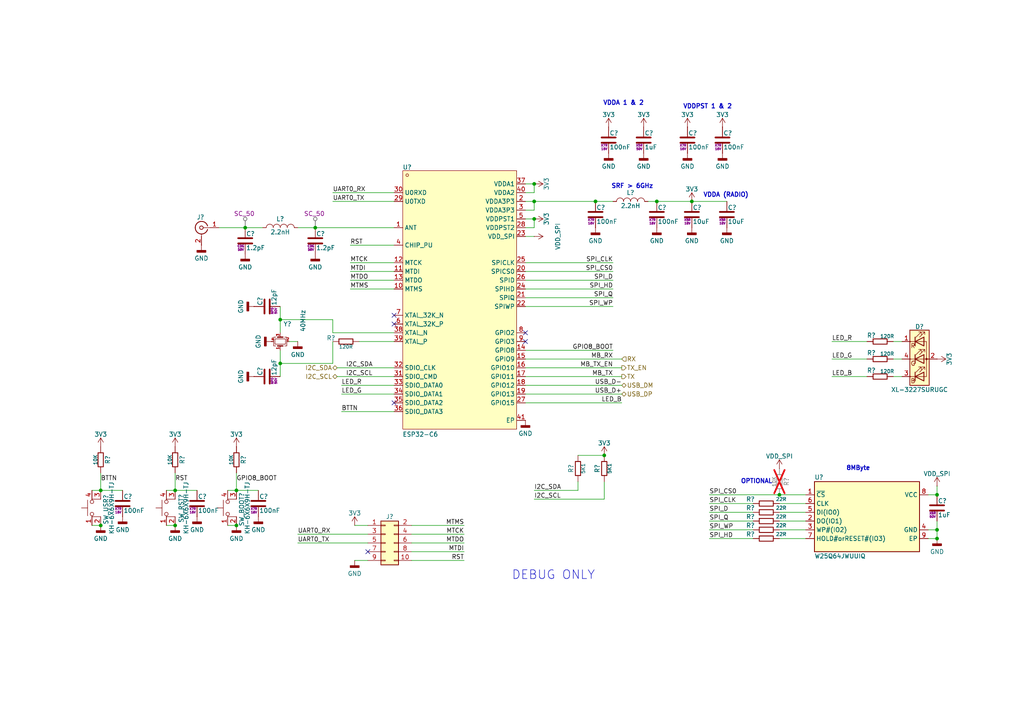
<source format=kicad_sch>
(kicad_sch (version 20250114) (generator "eeschema") (generator_version "9.0")
  (paper "A4")
  (text "DEBUG ONLY" (at 160.528 166.878 0) (effects (font (size 2.54 2.54))))
  (text "VDDA (RADIO)" (at 210.566 56.642 0) (effects (font (size 1.27 1.27) (thickness 0.254) (bold yes))))
  (text "OPTIONAL" (at 219.456 139.7 0) (effects (font (size 1.27 1.27) (thickness 0.254) (bold yes))))
  (text "SRF > 6GHz" (at 183.388 54.102 0) (effects (font (size 1.27 1.27) (thickness 0.254) (bold yes))))
  (text "VDDA 1 & 2" (at 180.848 29.972 0) (effects (font (size 1.27 1.27) (thickness 0.254) (bold yes))))
  (text "8MByte" (at 248.92 135.89 0) (effects (font (size 1.27 1.27) (thickness 0.254) (bold yes))))
  (text "VDDPST 1 & 2" (at 205.232 30.988 0) (effects (font (size 1.27 1.27) (thickness 0.254) (bold yes))))
  (junction (at 50.8 152.4))
  (junction (at 81.28 105.41))
  (junction (at 271.78 143.51))
  (junction (at 154.94 58.42))
  (junction (at 172.72 58.42))
  (junction (at 154.94 53.34))
  (junction (at 29.21 152.4))
  (junction (at 154.94 63.5))
  (junction (at 271.78 153.67))
  (junction (at 91.44 66.04))
  (junction (at 190.5 58.42))
  (junction (at 68.58 152.4))
  (junction (at 226.06 143.51))
  (junction (at 71.12 66.04))
  (junction (at 200.66 58.42))
  (junction (at 271.78 156.21))
  (junction (at 68.58 142.24))
  (junction (at 81.28 92.71))
  (junction (at 50.8 142.24))
  (junction (at 175.26 132.08))
  (junction (at 29.21 142.24))
  (no_connect (at 114.3 116.84))
  (no_connect (at 152.4 96.52))
  (no_connect (at 114.3 93.98))
  (no_connect (at 152.4 99.06))
  (no_connect (at 114.3 91.44))
  (no_connect (at 106.68 160.02))
  (wire (pts (xy 154.94 144.78) (xy 175.26 144.78)))
  (wire (pts (xy 226.06 156.21) (xy 233.68 156.21)))
  (wire (pts (xy 205.74 151.13) (xy 218.44 151.13)))
  (wire (pts (xy 152.4 60.96) (xy 154.94 60.96)))
  (wire (pts (xy 154.94 142.24) (xy 167.64 142.24)))
  (wire (pts (xy 68.58 142.24) (xy 74.93 142.24)))
  (wire (pts (xy 152.4 101.6) (xy 177.8 101.6)))
  (wire (pts (xy 152.4 76.2) (xy 177.8 76.2)))
  (wire (pts (xy 269.24 143.51) (xy 271.78 143.51)))
  (wire (pts (xy 154.94 55.88) (xy 154.94 53.34)))
  (wire (pts (xy 119.38 152.4) (xy 134.62 152.4)))
  (wire (pts (xy 101.6 76.2) (xy 114.3 76.2)))
  (wire (pts (xy 101.6 78.74) (xy 114.3 78.74)))
  (wire (pts (xy 226.06 148.59) (xy 233.68 148.59)))
  (wire (pts (xy 96.52 96.52) (xy 114.3 96.52)))
  (wire (pts (xy 205.74 146.05) (xy 218.44 146.05)))
  (wire (pts (xy 26.67 152.4) (xy 29.21 152.4)))
  (wire (pts (xy 167.64 142.24) (xy 167.64 139.7)))
  (wire (pts (xy 251.46 104.14) (xy 241.3 104.14)))
  (wire (pts (xy 205.74 156.21) (xy 218.44 156.21)))
  (wire (pts (xy 97.79 106.68) (xy 114.3 106.68)))
  (wire (pts (xy 102.87 162.56) (xy 106.68 162.56)))
  (wire (pts (xy 271.78 153.67) (xy 271.78 156.21)))
  (wire (pts (xy 152.4 106.68) (xy 180.34 106.68)))
  (wire (pts (xy 86.36 157.48) (xy 106.68 157.48)))
  (wire (pts (xy 102.87 152.4) (xy 106.68 152.4)))
  (wire (pts (xy 154.94 58.42) (xy 172.72 58.42)))
  (wire (pts (xy 96.52 99.06) (xy 96.52 105.41)))
  (wire (pts (xy 48.26 142.24) (xy 50.8 142.24)))
  (wire (pts (xy 175.26 144.78) (xy 175.26 139.7)))
  (wire (pts (xy 83.82 99.06) (xy 86.36 99.06)))
  (wire (pts (xy 48.26 152.4) (xy 50.8 152.4)))
  (wire (pts (xy 99.06 119.38) (xy 114.3 119.38)))
  (wire (pts (xy 259.08 104.14) (xy 261.62 104.14)))
  (wire (pts (xy 119.38 157.48) (xy 134.62 157.48)))
  (wire (pts (xy 226.06 146.05) (xy 233.68 146.05)))
  (wire (pts (xy 271.78 151.13) (xy 271.78 153.67)))
  (wire (pts (xy 259.08 109.22) (xy 261.62 109.22)))
  (wire (pts (xy 226.06 143.51) (xy 233.68 143.51)))
  (wire (pts (xy 81.28 88.9) (xy 81.28 92.71)))
  (wire (pts (xy 63.5 66.04) (xy 71.12 66.04)))
  (wire (pts (xy 152.4 104.14) (xy 180.34 104.14)))
  (wire (pts (xy 152.4 78.74) (xy 177.8 78.74)))
  (wire (pts (xy 50.8 137.16) (xy 50.8 142.24)))
  (wire (pts (xy 152.4 88.9) (xy 177.8 88.9)))
  (wire (pts (xy 172.72 58.42) (xy 177.8 58.42)))
  (wire (pts (xy 29.21 142.24) (xy 35.56 142.24)))
  (wire (pts (xy 152.4 55.88) (xy 154.94 55.88)))
  (wire (pts (xy 154.94 68.58) (xy 152.4 68.58)))
  (wire (pts (xy 86.36 154.94) (xy 106.68 154.94)))
  (wire (pts (xy 99.06 114.3) (xy 114.3 114.3)))
  (wire (pts (xy 152.4 53.34) (xy 154.94 53.34)))
  (wire (pts (xy 187.96 58.42) (xy 190.5 58.42)))
  (wire (pts (xy 91.44 66.04) (xy 114.3 66.04)))
  (wire (pts (xy 152.4 109.22) (xy 180.34 109.22)))
  (wire (pts (xy 259.08 99.06) (xy 261.62 99.06)))
  (wire (pts (xy 96.52 55.88) (xy 114.3 55.88)))
  (wire (pts (xy 269.24 156.21) (xy 271.78 156.21)))
  (wire (pts (xy 99.06 111.76) (xy 114.3 111.76)))
  (wire (pts (xy 50.8 142.24) (xy 57.15 142.24)))
  (wire (pts (xy 96.52 92.71) (xy 81.28 92.71)))
  (wire (pts (xy 101.6 71.12) (xy 114.3 71.12)))
  (wire (pts (xy 152.4 66.04) (xy 154.94 66.04)))
  (wire (pts (xy 81.28 105.41) (xy 81.28 109.22)))
  (wire (pts (xy 66.04 152.4) (xy 68.58 152.4)))
  (wire (pts (xy 101.6 83.82) (xy 114.3 83.82)))
  (wire (pts (xy 119.38 162.56) (xy 134.62 162.56)))
  (wire (pts (xy 154.94 66.04) (xy 154.94 63.5)))
  (wire (pts (xy 154.94 58.42) (xy 154.94 60.96)))
  (wire (pts (xy 86.36 66.04) (xy 91.44 66.04)))
  (wire (pts (xy 152.4 116.84) (xy 180.34 116.84)))
  (wire (pts (xy 205.74 153.67) (xy 218.44 153.67)))
  (wire (pts (xy 96.52 58.42) (xy 114.3 58.42)))
  (wire (pts (xy 200.66 58.42) (xy 210.82 58.42)))
  (wire (pts (xy 119.38 160.02) (xy 134.62 160.02)))
  (wire (pts (xy 81.28 92.71) (xy 81.28 96.52)))
  (wire (pts (xy 152.4 111.76) (xy 180.34 111.76)))
  (wire (pts (xy 66.04 142.24) (xy 68.58 142.24)))
  (wire (pts (xy 190.5 58.42) (xy 200.66 58.42)))
  (wire (pts (xy 81.28 101.6) (xy 81.28 105.41)))
  (wire (pts (xy 71.12 66.04) (xy 76.2 66.04)))
  (wire (pts (xy 96.52 96.52) (xy 96.52 92.71)))
  (wire (pts (xy 96.52 105.41) (xy 81.28 105.41)))
  (wire (pts (xy 205.74 148.59) (xy 218.44 148.59)))
  (wire (pts (xy 119.38 154.94) (xy 134.62 154.94)))
  (wire (pts (xy 152.4 63.5) (xy 154.94 63.5)))
  (wire (pts (xy 26.67 142.24) (xy 29.21 142.24)))
  (wire (pts (xy 68.58 137.16) (xy 68.58 142.24)))
  (wire (pts (xy 251.46 99.06) (xy 241.3 99.06)))
  (wire (pts (xy 226.06 151.13) (xy 233.68 151.13)))
  (wire (pts (xy 152.4 83.82) (xy 177.8 83.82)))
  (wire (pts (xy 226.06 153.67) (xy 233.68 153.67)))
  (wire (pts (xy 269.24 153.67) (xy 271.78 153.67)))
  (wire (pts (xy 205.74 143.51) (xy 226.06 143.51)))
  (wire (pts (xy 167.64 132.08) (xy 175.26 132.08)))
  (wire (pts (xy 101.6 81.28) (xy 114.3 81.28)))
  (wire (pts (xy 29.21 137.16) (xy 29.21 142.24)))
  (wire (pts (xy 114.3 99.06) (xy 104.14 99.06)))
  (wire (pts (xy 271.78 140.97) (xy 271.78 143.51)))
  (wire (pts (xy 152.4 81.28) (xy 177.8 81.28)))
  (wire (pts (xy 152.4 86.36) (xy 177.8 86.36)))
  (wire (pts (xy 97.79 109.22) (xy 114.3 109.22)))
  (wire (pts (xy 251.46 109.22) (xy 241.3 109.22)))
  (wire (pts (xy 152.4 58.42) (xy 154.94 58.42)))
  (wire (pts (xy 152.4 114.3) (xy 180.34 114.3)))
  (label "SPI_CS0" (at 205.74 143.51 0))
  (label "LED_R" (at 99.06 111.76 0))
  (label "MB_TX" (at 177.8 109.22 180))
  (label "RST" (at 134.62 162.56 180) (effects (font (thickness 0.1588))))
  (label "UART0_TX" (at 96.52 58.42 0))
  (label "RST" (at 50.8 139.7 0) (effects (font (thickness 0.1588))))
  (label "USB_D-" (at 180.34 111.76 180))
  (label "SPI_CLK" (at 177.8 76.2 180))
  (label "SPI_CLK" (at 205.74 146.05 0))
  (label "I2C_SDA" (at 154.94 142.24 0))
  (label "MTDI" (at 134.62 160.02 180) (effects (font (thickness 0.1588))))
  (label "SPI_Q" (at 205.74 151.13 0))
  (label "MTDI" (at 101.6 78.74 0) (effects (font (thickness 0.1588))))
  (label "I2C_SCL" (at 154.94 144.78 0))
  (label "MTMS" (at 134.62 152.4 180) (effects (font (thickness 0.1588))))
  (label "MTCK" (at 101.6 76.2 0) (effects (font (thickness 0.1588))))
  (label "MTMS" (at 101.6 83.82 0) (effects (font (thickness 0.1588))))
  (label "LED_B" (at 241.3 109.22 0))
  (label "UART0_RX" (at 96.52 55.88 0))
  (label "LED_G" (at 99.06 114.3 0))
  (label "MB_TX_EN" (at 177.8 106.68 180))
  (label "LED_G" (at 241.3 104.14 0))
  (label "SPI_CS0" (at 177.8 78.74 180))
  (label "BTTN" (at 99.06 119.38 0) (effects (font (thickness 0.1588))))
  (label "SPI_WP" (at 177.8 88.9 180))
  (label "MTDO" (at 101.6 81.28 0) (effects (font (thickness 0.1588))))
  (label "SPI_WP" (at 205.74 153.67 0))
  (label "I2C_SCL" (at 100.33 109.22 0))
  (label "GPIO8_BOOT" (at 177.8 101.6 180) (effects (font (thickness 0.1588))))
  (label "LED_R" (at 241.3 99.06 0))
  (label "UART0_TX" (at 86.36 157.48 0))
  (label "MTDO" (at 134.62 157.48 180) (effects (font (thickness 0.1588))))
  (label "SPI_D" (at 177.8 81.28 180))
  (label "SPI_D" (at 205.74 148.59 0))
  (label "RST" (at 101.6 71.12 0) (effects (font (thickness 0.1588))))
  (label "UART0_RX" (at 86.36 154.94 0))
  (label "MB_RX" (at 177.8 104.14 180))
  (label "SPI_HD" (at 177.8 83.82 180))
  (label "MTCK" (at 134.62 154.94 180) (effects (font (thickness 0.1588))))
  (label "GPIO8_BOOT" (at 68.58 139.7 0) (effects (font (thickness 0.1588))))
  (label "SPI_HD" (at 205.74 156.21 0))
  (label "I2C_SDA" (at 100.33 106.68 0))
  (label "SPI_Q" (at 177.8 86.36 180))
  (label "LED_B" (at 180.34 116.84 180))
  (label "BTTN" (at 29.21 139.7 0) (effects (font (thickness 0.1588))))
  (label "USB_D+" (at 180.34 114.3 180))
  (hierarchical_label "TX" (shape output) (at 180.34 109.22 0))
  (hierarchical_label "RX" (shape input) (at 180.34 104.14 0))
  (hierarchical_label "USB_DP" (shape tri_state) (at 180.34 114.3 0))
  (hierarchical_label "I2C_SCL" (shape bidirectional) (at 97.79 109.22 180))
  (hierarchical_label "I2C_SDA" (shape bidirectional) (at 97.79 106.68 180))
  (hierarchical_label "USB_DM" (shape tri_state) (at 180.34 111.76 0))
  (hierarchical_label "TX_EN" (shape output) (at 180.34 106.68 0))
  (netclass_flag "" (length 2.54) (shape round) (at 71.12 66.04 0) (property "Netclass" "SC_50" (at 67.818 61.976 0) (effects (justify left))))
  (netclass_flag "" (length 2.54) (shape round) (at 91.44 66.04 0) (property "Netclass" "SC_50" (at 88.138 61.976 0) (effects (justify left))))
  (symbol (lib_id "Resistor:0402WGF1002TCE") (at 68.58 133.35 0) (unit 1)
    (property "Reference" "R?" (at 70.612 133.35 90))
    (property "Value" "10K" (at 67.056 133.35 90) (effects (font (size 1.016 1.016))))
    (property "Footprint" "7Sigma:R_0402_1005Metric" (effects (hide yes)))
    (property "Datasheet" "https://atta.szlcsc.com/upload/public/pdf/source/20200306/C422600_1E6D84923E4A46A82E41ADD87F860B5C.pdf" (effects (hide yes)))
    (property "Description" "10K 63mW 1% 0402" (effects (hide yes)))
    (property "Power" "63mW" (effects (hide yes)))
    (property "Tolerance" "1%" (effects (hide yes)))
    (property "Footprint_Name" "0402" (effects (hide yes)))
    (property "Manufacturer 1" "Uni-Royal" (effects (hide yes)))
    (property "Manufacturer Part Number 1" "0402WGF1002TCE" (effects (hide yes)))
    (property "Supplier 1" "LCSC" (effects (hide yes)))
    (property "Supplier Part Number 1" "C25744" (effects (hide yes)))
    (property "LCSC Part" "C25744" (effects (hide yes)))
  )
  (symbol (lib_id "Capacitor:CL05B104KO5NNNC") (at 176.53 40.64 0) (unit 1)
    (property "Reference" "C?" (at 176.784 38.608 0) (effects (justify left)))
    (property "Value" "100nF" (at 176.784 42.672 0) (effects (justify left)))
    (property "Footprint" "7Sigma:C_0402_1005Metric" (effects (hide yes)))
    (property "Datasheet" "https://wmsc.lcsc.com/wmsc/upload/file/pdf/v2/lcsc/2304140030_Samsung-Electro-Mechanics-CL05B104KO5NNNC_C1525.pdf" (effects (hide yes)))
    (property "Description" "100nF 16V 10% 0402" (effects (hide yes)))
    (property "Dielectric" "X7R" (at 175.26 42.164 0) (effects (font (size 0.635 0.635))))
    (property "Voltage" "16V" (at 175.26 43.18 0) (effects (font (size 0.635 0.635))))
    (property "Tolerance" "10%" (effects (hide yes)))
    (property "Footprint_Name" "0402" (effects (hide yes)))
    (property "Manufacturer 1" "Samsung Electro-Mechanics" (effects (hide yes)))
    (property "Manufacturer Part Number 1" "CL05B104KO5NNNC" (effects (hide yes)))
    (property "Supplier 1" "LCSC" (effects (hide yes)))
    (property "Supplier Part Number 1" "C1525" (effects (hide yes)))
    (property "LCSC Part" "C1525" (effects (hide yes)))
    (property "JLCPCB Part Class" "Basic Part" (effects (hide yes)))
  )
  (symbol (lib_id "power:GNDD") (at 29.21 152.4 0) (unit 1)
    (property "Reference" "#PWR?" (effects (hide yes)))
    (property "Value" "GND" (at 29.21 156.21 0))
    (property "Description" "Power symbol creates a global label with name \"GNDD\" , digital ground" (effects (hide yes)))
  )
  (symbol (lib_id "power:+3V3") (at 200.66 58.42 0) (unit 1)
    (property "Reference" "#PWR?" (effects (hide yes)))
    (property "Value" "3V3" (at 200.66 54.864 0))
    (property "Description" "Power symbol creates a global label with name \"+3V3\"" (effects (hide yes)))
  )
  (symbol (lib_id "Buttons:KH-6X6X9H-TJ") (at 68.58 147.32 90) (unit 1)
    (property "Reference" "SW_BOOT?" (at 70.104 152.654 0) (effects (justify left)))
    (property "Value" "KH-6X6X9H-TJ" (at 71.755 147.32 0))
    (property "Footprint" "7Sigma:SW-TH_4P-L6.0-W6.0-P4.50-LS6.5-H9.0" (effects (hide yes)))
    (property "Datasheet" "https://www.lcsc.com/datasheet/lcsc_datasheet_2106081503_Shenzhen-Kinghelm-Elec-KH-6X6X9H-TJ_C2837519.pdf" (effects (hide yes)))
    (property "Description" "SMD Tactile Switch 6.0x6.0mm Top Actuation Height 9.0mm" (effects (hide yes)))
    (property "Manufacturer 1" "Shenzhen Kinghelm Elec" (effects (hide yes)))
    (property "Manufacturer Part Number 1" "KH-6X6X9H-TJ" (effects (hide yes)))
    (property "Supplier 1" "LCSC" (effects (hide yes)))
    (property "Supplier Part Number 1" "C2837519" (effects (hide yes)))
    (property "LCSC Part" "C2837519" (effects (hide yes)))
  )
  (symbol (lib_id "power:GNDD") (at 68.58 152.4 0) (unit 1)
    (property "Reference" "#PWR?" (effects (hide yes)))
    (property "Value" "GND" (at 68.58 156.21 0))
    (property "Description" "Power symbol creates a global label with name \"GNDD\" , digital ground" (effects (hide yes)))
  )
  (symbol (lib_id "power:GNDD") (at 199.39 44.45 0) (unit 1)
    (property "Reference" "#PWR?" (effects (hide yes)))
    (property "Value" "GND" (at 199.39 48.26 0))
    (property "Description" "Power symbol creates a global label with name \"GNDD\" , digital ground" (effects (hide yes)))
  )
  (symbol (lib_id "Capacitor:GRM155R61H105KE05D") (at 186.69 40.64 0) (unit 1)
    (property "Reference" "C?" (at 186.944 38.608 0) (effects (justify left)))
    (property "Value" "1uF" (at 186.944 42.672 0) (effects (justify left)))
    (property "Footprint" "7Sigma:C_0402_1005Metric" (effects (hide yes)))
    (property "Datasheet" "https://datasheet.lcsc.com/lcsc/2201180430_Murata-Electronics-GRM155R61H105KE05D_C1518208.pdf?_gl=1*1ue1ana*_ga*MjA3NTA3NDE1NC4xNzE1NDMyNTIw*_ga_98M84MKSZH*MTcxNzQwNTAzMi45LjEuMTcxNzQwNTIwOS41OS4wLjA." (effects (hide yes)))
    (property "Description" "1uF 50V X5R 1% 0402" (effects (hide yes)))
    (property "Dielectric" "X5R" (at 185.42 42.164 0) (effects (font (size 0.635 0.635))))
    (property "Voltage" "50V" (at 185.42 43.18 0) (effects (font (size 0.635 0.635))))
    (property "Tolerance" "1%" (effects (hide yes)))
    (property "Footprint_Name" "0402" (effects (hide yes)))
    (property "Manufacturer 1" "Murata Electronics" (effects (hide yes)))
    (property "Manufacturer Part Number 1" "GRM155R61H105KE05D" (effects (hide yes)))
    (property "Supplier 1" "LCSC" (effects (hide yes)))
    (property "Supplier Part Number 1" "C1518208" (effects (hide yes)))
    (property "LCSC Part" "C1518208" (effects (hide yes)))
  )
  (symbol (lib_id "power:+3V3") (at 176.53 36.83 0) (unit 1)
    (property "Reference" "#PWR?" (effects (hide yes)))
    (property "Value" "3V3" (at 176.53 33.274 0))
    (property "Description" "Power symbol creates a global label with name \"+3V3\"" (effects (hide yes)))
  )
  (symbol (lib_id "Capacitor:CL05B104KO5NNNC") (at 209.55 40.64 0) (unit 1)
    (property "Reference" "C?" (at 209.804 38.608 0) (effects (justify left)))
    (property "Value" "100nF" (at 209.804 42.672 0) (effects (justify left)))
    (property "Footprint" "7Sigma:C_0402_1005Metric" (effects (hide yes)))
    (property "Datasheet" "https://wmsc.lcsc.com/wmsc/upload/file/pdf/v2/lcsc/2304140030_Samsung-Electro-Mechanics-CL05B104KO5NNNC_C1525.pdf" (effects (hide yes)))
    (property "Description" "100nF 16V 10% 0402" (effects (hide yes)))
    (property "Dielectric" "X7R" (at 208.28 42.164 0) (effects (font (size 0.635 0.635))))
    (property "Voltage" "16V" (at 208.28 43.18 0) (effects (font (size 0.635 0.635))))
    (property "Tolerance" "10%" (effects (hide yes)))
    (property "Footprint_Name" "0402" (effects (hide yes)))
    (property "Manufacturer 1" "Samsung Electro-Mechanics" (effects (hide yes)))
    (property "Manufacturer Part Number 1" "CL05B104KO5NNNC" (effects (hide yes)))
    (property "Supplier 1" "LCSC" (effects (hide yes)))
    (property "Supplier Part Number 1" "C1525" (effects (hide yes)))
    (property "LCSC Part" "C1525" (effects (hide yes)))
    (property "JLCPCB Part Class" "Basic Part" (effects (hide yes)))
  )
  (symbol (lib_id "Capacitor:CL05B104KO5NNNC") (at 172.72 62.23 0) (unit 1)
    (property "Reference" "C?" (at 172.974 60.198 0) (effects (justify left)))
    (property "Value" "100nF" (at 172.974 64.262 0) (effects (justify left)))
    (property "Footprint" "7Sigma:C_0402_1005Metric" (effects (hide yes)))
    (property "Datasheet" "https://wmsc.lcsc.com/wmsc/upload/file/pdf/v2/lcsc/2304140030_Samsung-Electro-Mechanics-CL05B104KO5NNNC_C1525.pdf" (effects (hide yes)))
    (property "Description" "100nF 16V 10% 0402" (effects (hide yes)))
    (property "Dielectric" "X7R" (at 171.45 63.754 0) (effects (font (size 0.635 0.635))))
    (property "Voltage" "16V" (at 171.45 64.77 0) (effects (font (size 0.635 0.635))))
    (property "Tolerance" "10%" (effects (hide yes)))
    (property "Footprint_Name" "0402" (effects (hide yes)))
    (property "Manufacturer 1" "Samsung Electro-Mechanics" (effects (hide yes)))
    (property "Manufacturer Part Number 1" "CL05B104KO5NNNC" (effects (hide yes)))
    (property "Supplier 1" "LCSC" (effects (hide yes)))
    (property "Supplier Part Number 1" "C1525" (effects (hide yes)))
    (property "LCSC Part" "C1525" (effects (hide yes)))
    (property "JLCPCB Part Class" "Basic Part" (effects (hide yes)))
  )
  (symbol (lib_id "power:GNDD") (at 152.4 121.92 0) (unit 1)
    (property "Reference" "#PWR?" (effects (hide yes)))
    (property "Value" "GND" (at 152.4 125.73 0))
    (property "Description" "Power symbol creates a global label with name \"GNDD\" , digital ground" (effects (hide yes)))
  )
  (symbol (lib_id "Resistor:0402WGF220JTCE") (at 222.25 156.21 90) (unit 1)
    (property "Reference" "R?" (at 217.678 154.94 90))
    (property "Value" "22R" (at 226.568 154.94 90) (effects (font (size 1.016 1.016))))
    (property "Footprint" "7Sigma:R_0402_1005Metric" (effects (hide yes)))
    (property "Datasheet" "https://atta.szlcsc.com/upload/public/pdf/source/20200306/C422600_1E6D84923E4A46A82E41ADD87F860B5C.pdf" (effects (hide yes)))
    (property "Description" "22R 63mW 1% 0402" (effects (hide yes)))
    (property "Power" "63mW" (effects (hide yes)))
    (property "Tolerance" "1%" (effects (hide yes)))
    (property "Footprint_Name" "0402" (effects (hide yes)))
    (property "Manufacturer 1" "Uni-Royal" (effects (hide yes)))
    (property "Manufacturer Part Number 1" "0402WGF220JTCE" (effects (hide yes)))
    (property "Supplier 1" "LCSC" (effects (hide yes)))
    (property "Supplier Part Number 1" "C25092" (effects (hide yes)))
    (property "LCSC Part" "C25092" (effects (hide yes)))
  )
  (symbol (lib_id "Capacitor:CL05B104KO5NNNC") (at 35.56 146.05 0) (unit 1)
    (property "Reference" "C?" (at 35.814 144.018 0) (effects (justify left)))
    (property "Value" "100nF" (at 35.814 148.082 0) (effects (justify left)))
    (property "Footprint" "7Sigma:C_0402_1005Metric" (effects (hide yes)))
    (property "Datasheet" "https://wmsc.lcsc.com/wmsc/upload/file/pdf/v2/lcsc/2304140030_Samsung-Electro-Mechanics-CL05B104KO5NNNC_C1525.pdf" (effects (hide yes)))
    (property "Description" "100nF 16V 10% 0402" (effects (hide yes)))
    (property "Dielectric" "X7R" (at 34.29 147.574 0) (effects (font (size 0.635 0.635))))
    (property "Voltage" "16V" (at 34.29 148.59 0) (effects (font (size 0.635 0.635))))
    (property "Tolerance" "10%" (effects (hide yes)))
    (property "Footprint_Name" "0402" (effects (hide yes)))
    (property "Manufacturer 1" "Samsung Electro-Mechanics" (effects (hide yes)))
    (property "Manufacturer Part Number 1" "CL05B104KO5NNNC" (effects (hide yes)))
    (property "Supplier 1" "LCSC" (effects (hide yes)))
    (property "Supplier Part Number 1" "C1525" (effects (hide yes)))
    (property "LCSC Part" "C1525" (effects (hide yes)))
    (property "JLCPCB Part Class" "Basic Part" (effects (hide yes)))
  )
  (symbol (lib_id "Resistor:0402WGF1002TCE") (at 50.8 133.35 0) (unit 1)
    (property "Reference" "R?" (at 52.832 133.35 90))
    (property "Value" "10K" (at 49.276 133.35 90) (effects (font (size 1.016 1.016))))
    (property "Footprint" "7Sigma:R_0402_1005Metric" (effects (hide yes)))
    (property "Datasheet" "https://atta.szlcsc.com/upload/public/pdf/source/20200306/C422600_1E6D84923E4A46A82E41ADD87F860B5C.pdf" (effects (hide yes)))
    (property "Description" "10K 63mW 1% 0402" (effects (hide yes)))
    (property "Power" "63mW" (effects (hide yes)))
    (property "Tolerance" "1%" (effects (hide yes)))
    (property "Footprint_Name" "0402" (effects (hide yes)))
    (property "Manufacturer 1" "Uni-Royal" (effects (hide yes)))
    (property "Manufacturer Part Number 1" "0402WGF1002TCE" (effects (hide yes)))
    (property "Supplier 1" "LCSC" (effects (hide yes)))
    (property "Supplier Part Number 1" "C25744" (effects (hide yes)))
    (property "LCSC Part" "C25744" (effects (hide yes)))
  )
  (symbol (lib_id "Resistor:0402WGF1200TCE") (at 255.27 104.14 270) (unit 1)
    (property "Reference" "R?" (at 252.73 102.362 90))
    (property "Value" "120R" (at 257.302 102.616 90) (effects (font (size 1.016 1.016))))
    (property "Footprint" "7Sigma:R_0402_1005Metric" (effects (hide yes)))
    (property "Datasheet" "https://atta.szlcsc.com/upload/public/pdf/source/20200306/C422600_1E6D84923E4A46A82E41ADD87F860B5C.pdf" (effects (hide yes)))
    (property "Description" "120R 63mW 1% 0402" (effects (hide yes)))
    (property "Power" "63mW" (effects (hide yes)))
    (property "Tolerance" "1%" (effects (hide yes)))
    (property "Footprint_Name" "0402" (effects (hide yes)))
    (property "Manufacturer 1" "Uni-Royal" (effects (hide yes)))
    (property "Manufacturer Part Number 1" "0402WGF1200TCE" (effects (hide yes)))
    (property "Supplier 1" "LCSC" (effects (hide yes)))
    (property "Supplier Part Number 1" "C25079" (effects (hide yes)))
    (property "LCSC Part" "C25079" (effects (hide yes)))
  )
  (symbol (lib_id "power:GNDD") (at 176.53 44.45 0) (unit 1)
    (property "Reference" "#PWR?" (effects (hide yes)))
    (property "Value" "GND" (at 176.53 48.26 0))
    (property "Description" "Power symbol creates a global label with name \"GNDD\" , digital ground" (effects (hide yes)))
  )
  (symbol (lib_id "Capacitor:CL05B104KO5NNNC") (at 199.39 40.64 0) (unit 1)
    (property "Reference" "C?" (at 199.644 38.608 0) (effects (justify left)))
    (property "Value" "100nF" (at 199.644 42.672 0) (effects (justify left)))
    (property "Footprint" "7Sigma:C_0402_1005Metric" (effects (hide yes)))
    (property "Datasheet" "https://wmsc.lcsc.com/wmsc/upload/file/pdf/v2/lcsc/2304140030_Samsung-Electro-Mechanics-CL05B104KO5NNNC_C1525.pdf" (effects (hide yes)))
    (property "Description" "100nF 16V 10% 0402" (effects (hide yes)))
    (property "Dielectric" "X7R" (at 198.12 42.164 0) (effects (font (size 0.635 0.635))))
    (property "Voltage" "16V" (at 198.12 43.18 0) (effects (font (size 0.635 0.635))))
    (property "Tolerance" "10%" (effects (hide yes)))
    (property "Footprint_Name" "0402" (effects (hide yes)))
    (property "Manufacturer 1" "Samsung Electro-Mechanics" (effects (hide yes)))
    (property "Manufacturer Part Number 1" "CL05B104KO5NNNC" (effects (hide yes)))
    (property "Supplier 1" "LCSC" (effects (hide yes)))
    (property "Supplier Part Number 1" "C1525" (effects (hide yes)))
    (property "LCSC Part" "C1525" (effects (hide yes)))
    (property "JLCPCB Part Class" "Basic Part" (effects (hide yes)))
  )
  (symbol (lib_id "power:+3V3") (at 154.94 63.5 270) (unit 1)
    (property "Reference" "#PWR?" (effects (hide yes)))
    (property "Value" "3V3" (at 158.496 63.5 0))
    (property "Description" "Power symbol creates a global label with name \"+3V3\"" (effects (hide yes)))
  )
  (symbol (lib_id "power:GNDD") (at 172.72 66.04 0) (unit 1)
    (property "Reference" "#PWR?" (effects (hide yes)))
    (property "Value" "GND" (at 172.72 69.85 0))
    (property "Description" "Power symbol creates a global label with name \"GNDD\" , digital ground" (effects (hide yes)))
  )
  (symbol (lib_id "power:+3V3") (at 199.39 36.83 0) (unit 1)
    (property "Reference" "#PWR?" (effects (hide yes)))
    (property "Value" "3V3" (at 199.39 33.274 0))
    (property "Description" "Power symbol creates a global label with name \"+3V3\"" (effects (hide yes)))
  )
  (symbol (lib_id "Resistor:0402WGF1200TCE") (at 255.27 109.22 270) (unit 1)
    (property "Reference" "R?" (at 252.73 107.442 90))
    (property "Value" "120R" (at 257.302 107.696 90) (effects (font (size 1.016 1.016))))
    (property "Footprint" "7Sigma:R_0402_1005Metric" (effects (hide yes)))
    (property "Datasheet" "https://atta.szlcsc.com/upload/public/pdf/source/20200306/C422600_1E6D84923E4A46A82E41ADD87F860B5C.pdf" (effects (hide yes)))
    (property "Description" "120R 63mW 1% 0402" (effects (hide yes)))
    (property "Power" "63mW" (effects (hide yes)))
    (property "Tolerance" "1%" (effects (hide yes)))
    (property "Footprint_Name" "0402" (effects (hide yes)))
    (property "Manufacturer 1" "Uni-Royal" (effects (hide yes)))
    (property "Manufacturer Part Number 1" "0402WGF1200TCE" (effects (hide yes)))
    (property "Supplier 1" "LCSC" (effects (hide yes)))
    (property "Supplier Part Number 1" "C25079" (effects (hide yes)))
    (property "LCSC Part" "C25079" (effects (hide yes)))
  )
  (symbol (lib_id "Resistor:0402WGF220JTCE") (at 222.25 148.59 90) (unit 1)
    (property "Reference" "R?" (at 217.678 147.32 90))
    (property "Value" "22R" (at 226.568 147.32 90) (effects (font (size 1.016 1.016))))
    (property "Footprint" "7Sigma:R_0402_1005Metric" (effects (hide yes)))
    (property "Datasheet" "https://atta.szlcsc.com/upload/public/pdf/source/20200306/C422600_1E6D84923E4A46A82E41ADD87F860B5C.pdf" (effects (hide yes)))
    (property "Description" "22R 63mW 1% 0402" (effects (hide yes)))
    (property "Power" "63mW" (effects (hide yes)))
    (property "Tolerance" "1%" (effects (hide yes)))
    (property "Footprint_Name" "0402" (effects (hide yes)))
    (property "Manufacturer 1" "Uni-Royal" (effects (hide yes)))
    (property "Manufacturer Part Number 1" "0402WGF220JTCE" (effects (hide yes)))
    (property "Supplier 1" "LCSC" (effects (hide yes)))
    (property "Supplier Part Number 1" "C25092" (effects (hide yes)))
    (property "LCSC Part" "C25092" (effects (hide yes)))
  )
  (symbol (lib_id "power:GNDD") (at 200.66 66.04 0) (unit 1)
    (property "Reference" "#PWR?" (effects (hide yes)))
    (property "Value" "GND" (at 200.66 69.85 0))
    (property "Description" "Power symbol creates a global label with name \"GNDD\" , digital ground" (effects (hide yes)))
  )
  (symbol (lib_id "power:+3V3") (at 175.26 132.08 0) (unit 1)
    (property "Reference" "#PWR?" (effects (hide yes)))
    (property "Value" "3V3" (at 175.26 128.524 0))
    (property "Description" "Power symbol creates a global label with name \"+3V3\"" (effects (hide yes)))
  )
  (symbol (lib_id "Capacitor:CC0402JRNPO9BN120") (at 77.47 109.22 90) (unit 1)
    (property "Reference" "C?" (at 75.438 108.966 0) (effects (justify left)))
    (property "Value" "12pF" (at 79.502 108.966 0) (effects (justify left)))
    (property "Footprint" "7Sigma:C_0402_1005Metric" (effects (hide yes)))
    (property "Datasheet" "https://www.lcsc.com/datasheet/C106201.pdf" (effects (hide yes)))
    (property "Description" "12pF 50V NP0 5% 0402" (effects (hide yes)))
    (property "Dielectric" "NP0" (at 78.994 110.49 0) (effects (font (size 0.635 0.635))))
    (property "Voltage" "50V" (at 80.01 110.49 0) (effects (font (size 0.635 0.635))))
    (property "Tolerance" "5%" (effects (hide yes)))
    (property "Footprint_Name" "0402" (effects (hide yes)))
    (property "Manufacturer 1" "YAGEO" (effects (hide yes)))
    (property "Manufacturer Part Number 1" "CC0402JRNPO9BN120" (effects (hide yes)))
    (property "Supplier 1" "LCSC" (effects (hide yes)))
    (property "Supplier Part Number 1" "C106201" (effects (hide yes)))
    (property "LCSC Part" "C106201" (effects (hide yes)))
  )
  (symbol (lib_id "Resistor:0402WGF220JTCE") (at 222.25 146.05 90) (unit 1)
    (property "Reference" "R?" (at 217.678 144.78 90))
    (property "Value" "22R" (at 226.568 144.78 90) (effects (font (size 1.016 1.016))))
    (property "Footprint" "7Sigma:R_0402_1005Metric" (effects (hide yes)))
    (property "Datasheet" "https://atta.szlcsc.com/upload/public/pdf/source/20200306/C422600_1E6D84923E4A46A82E41ADD87F860B5C.pdf" (effects (hide yes)))
    (property "Description" "22R 63mW 1% 0402" (effects (hide yes)))
    (property "Power" "63mW" (effects (hide yes)))
    (property "Tolerance" "1%" (effects (hide yes)))
    (property "Footprint_Name" "0402" (effects (hide yes)))
    (property "Manufacturer 1" "Uni-Royal" (effects (hide yes)))
    (property "Manufacturer Part Number 1" "0402WGF220JTCE" (effects (hide yes)))
    (property "Supplier 1" "LCSC" (effects (hide yes)))
    (property "Supplier Part Number 1" "C25092" (effects (hide yes)))
    (property "LCSC Part" "C25092" (effects (hide yes)))
  )
  (symbol (lib_id "Resistor:0402WGF5101TCE") (at 167.64 135.89 180) (unit 1)
    (property "Reference" "R?" (at 165.608 135.89 90))
    (property "Value" "5K1" (at 169.164 135.89 90) (effects (font (size 1.016 1.016))))
    (property "Footprint" "7Sigma:R_0402_1005Metric" (effects (hide yes)))
    (property "Datasheet" "https://lcsc.com/product-detail/Chip-Resistor-Surface-Mount-UniOhm_5-1KR-5101-1_C25905.html" (effects (hide yes)))
    (property "Description" "5K1 63mW 1% 0402" (effects (hide yes)))
    (property "Power" "63mW" (effects (hide yes)))
    (property "Tolerance" "1%" (effects (hide yes)))
    (property "Footprint_Name" "0402" (effects (hide yes)))
    (property "Manufacturer 1" "Uni-Royal" (effects (hide yes)))
    (property "Manufacturer Part Number 1" "0402WGF5101TCE" (effects (hide yes)))
    (property "Supplier 1" "LCSC" (effects (hide yes)))
    (property "Supplier Part Number 1" "C25905" (effects (hide yes)))
    (property "LCSC Part" "C25905" (effects (hide yes)))
  )
  (symbol (lib_id "power:GNDD") (at 73.66 88.9 270) (unit 1)
    (property "Reference" "#PWR?" (effects (hide yes)))
    (property "Value" "GND" (at 69.85 88.9 0))
    (property "Description" "Power symbol creates a global label with name \"GNDD\" , digital ground" (effects (hide yes)))
  )
  (symbol (lib_id "Connectors:BWSMA-KE-P001") (at 58.42 66.04 0) (mirror y) (unit 1)
    (property "Reference" "J?" (at 58.166 62.992 0))
    (property "Value" "Conn_Coaxial" (effects (hide yes)))
    (property "Footprint" "7Sigma:SMA-SMD_BWSMA-KE-P001" (effects (hide yes)))
    (property "Datasheet" "https://www.lcsc.com/datasheet/C496550.pdf" (effects (hide yes)))
    (property "Description" "RP-SMA Board Mount" (effects (hide yes)))
    (property "Manufacturer 1" "BAT WIRELESS" (effects (hide yes)))
    (property "Manufacturer Part Number 1" "BWSMA-KE-P001" (effects (hide yes)))
    (property "Supplier 1" "LCSC" (effects (hide yes)))
    (property "Supplier Part Number 1" "C496550" (effects (hide yes)))
    (property "LCSC Part" "C496550" (effects (hide yes)))
  )
  (symbol (lib_id "power:GNDD") (at 58.42 71.12 0) (unit 1)
    (property "Reference" "#PWR?" (effects (hide yes)))
    (property "Value" "GND" (at 58.42 74.93 0))
    (property "Description" "Power symbol creates a global label with name \"GNDD\" , digital ground" (effects (hide yes)))
  )
  (symbol (lib_id "Resistor:0402WGF1002TCE") (at 226.06 139.7 0) (unit 1) (dnp yes)
    (property "Reference" "R?" (at 228.092 139.7 90))
    (property "Value" "10K" (at 224.536 139.7 90) (effects (font (size 1.016 1.016))))
    (property "Footprint" "7Sigma:R_0402_1005Metric" (effects (hide yes)))
    (property "Datasheet" "https://atta.szlcsc.com/upload/public/pdf/source/20200306/C422600_1E6D84923E4A46A82E41ADD87F860B5C.pdf" (effects (hide yes)))
    (property "Description" "10K 63mW 1% 0402" (effects (hide yes)))
    (property "Power" "63mW" (effects (hide yes)))
    (property "Tolerance" "1%" (effects (hide yes)))
    (property "Footprint_Name" "0402" (effects (hide yes)))
    (property "Manufacturer 1" "Uni-Royal" (effects (hide yes)))
    (property "Manufacturer Part Number 1" "0402WGF1002TCE" (effects (hide yes)))
    (property "Supplier 1" "LCSC" (effects (hide yes)))
    (property "Supplier Part Number 1" "C25744" (effects (hide yes)))
    (property "LCSC Part" "C25744" (effects (hide yes)))
  )
  (symbol (lib_id "power:VMEM") (at 154.94 68.58 270) (unit 1)
    (property "Reference" "#PWR?" (effects (hide yes)))
    (property "Value" "VDD_SPI" (at 161.798 68.58 0))
    (property "Description" "Power symbol creates a global label with name \"VMEM\"" (effects (hide yes)))
  )
  (symbol (lib_id "Capacitor:CL05B104KO5NNNC") (at 190.5 62.23 0) (unit 1)
    (property "Reference" "C?" (at 190.754 60.198 0) (effects (justify left)))
    (property "Value" "100nF" (at 190.754 64.262 0) (effects (justify left)))
    (property "Footprint" "7Sigma:C_0402_1005Metric" (effects (hide yes)))
    (property "Datasheet" "https://wmsc.lcsc.com/wmsc/upload/file/pdf/v2/lcsc/2304140030_Samsung-Electro-Mechanics-CL05B104KO5NNNC_C1525.pdf" (effects (hide yes)))
    (property "Description" "100nF 16V 10% 0402" (effects (hide yes)))
    (property "Dielectric" "X7R" (at 189.23 63.754 0) (effects (font (size 0.635 0.635))))
    (property "Voltage" "16V" (at 189.23 64.77 0) (effects (font (size 0.635 0.635))))
    (property "Tolerance" "10%" (effects (hide yes)))
    (property "Footprint_Name" "0402" (effects (hide yes)))
    (property "Manufacturer 1" "Samsung Electro-Mechanics" (effects (hide yes)))
    (property "Manufacturer Part Number 1" "CL05B104KO5NNNC" (effects (hide yes)))
    (property "Supplier 1" "LCSC" (effects (hide yes)))
    (property "Supplier Part Number 1" "C1525" (effects (hide yes)))
    (property "LCSC Part" "C1525" (effects (hide yes)))
    (property "JLCPCB Part Class" "Basic Part" (effects (hide yes)))
  )
  (symbol (lib_id "power:GNDD") (at 209.55 44.45 0) (unit 1)
    (property "Reference" "#PWR?" (effects (hide yes)))
    (property "Value" "GND" (at 209.55 48.26 0))
    (property "Description" "Power symbol creates a global label with name \"GNDD\" , digital ground" (effects (hide yes)))
  )
  (symbol (lib_id "power:+3V3") (at 29.21 129.54 0) (unit 1)
    (property "Reference" "#PWR?" (effects (hide yes)))
    (property "Value" "3V3" (at 29.21 125.984 0))
    (property "Description" "Power symbol creates a global label with name \"+3V3\"" (effects (hide yes)))
  )
  (symbol (lib_id "power:GNDD") (at 271.78 156.21 0) (unit 1)
    (property "Reference" "#PWR?" (effects (hide yes)))
    (property "Value" "GND" (at 271.78 160.02 0))
    (property "Description" "Power symbol creates a global label with name \"GNDD\" , digital ground" (effects (hide yes)))
  )
  (symbol (lib_id "Buttons:KH-6X6X9H-TJ") (at 50.8 147.32 90) (unit 1)
    (property "Reference" "SW_RST?" (at 52.578 151.638 0) (effects (justify left)))
    (property "Value" "KH-6X6X9H-TJ" (at 53.975 147.32 0))
    (property "Footprint" "7Sigma:SW-TH_4P-L6.0-W6.0-P4.50-LS6.5-H9.0" (effects (hide yes)))
    (property "Datasheet" "https://www.lcsc.com/datasheet/lcsc_datasheet_2106081503_Shenzhen-Kinghelm-Elec-KH-6X6X9H-TJ_C2837519.pdf" (effects (hide yes)))
    (property "Description" "SMD Tactile Switch 6.0x6.0mm Top Actuation Height 9.0mm" (effects (hide yes)))
    (property "Manufacturer 1" "Shenzhen Kinghelm Elec" (effects (hide yes)))
    (property "Manufacturer Part Number 1" "KH-6X6X9H-TJ" (effects (hide yes)))
    (property "Supplier 1" "LCSC" (effects (hide yes)))
    (property "Supplier Part Number 1" "C2837519" (effects (hide yes)))
    (property "LCSC Part" "C2837519" (effects (hide yes)))
  )
  (symbol (lib_id "Resistor:0402WGF1200TCE") (at 255.27 99.06 270) (unit 1)
    (property "Reference" "R?" (at 252.73 97.282 90))
    (property "Value" "120R" (at 257.302 97.536 90) (effects (font (size 1.016 1.016))))
    (property "Footprint" "7Sigma:R_0402_1005Metric" (effects (hide yes)))
    (property "Datasheet" "https://atta.szlcsc.com/upload/public/pdf/source/20200306/C422600_1E6D84923E4A46A82E41ADD87F860B5C.pdf" (effects (hide yes)))
    (property "Description" "120R 63mW 1% 0402" (effects (hide yes)))
    (property "Power" "63mW" (effects (hide yes)))
    (property "Tolerance" "1%" (effects (hide yes)))
    (property "Footprint_Name" "0402" (effects (hide yes)))
    (property "Manufacturer 1" "Uni-Royal" (effects (hide yes)))
    (property "Manufacturer Part Number 1" "0402WGF1200TCE" (effects (hide yes)))
    (property "Supplier 1" "LCSC" (effects (hide yes)))
    (property "Supplier Part Number 1" "C25079" (effects (hide yes)))
    (property "LCSC Part" "C25079" (effects (hide yes)))
  )
  (symbol (lib_id "power:GNDD") (at 73.66 109.22 270) (unit 1)
    (property "Reference" "#PWR?" (effects (hide yes)))
    (property "Value" "GND" (at 69.85 109.22 0))
    (property "Description" "Power symbol creates a global label with name \"GNDD\" , digital ground" (effects (hide yes)))
  )
  (symbol (lib_id "power:GNDD") (at 35.56 149.86 0) (unit 1)
    (property "Reference" "#PWR?" (effects (hide yes)))
    (property "Value" "GND" (at 35.56 153.67 0))
    (property "Description" "Power symbol creates a global label with name \"GNDD\" , digital ground" (effects (hide yes)))
  )
  (symbol (lib_id "ICs:W25Q64JWUUIQ") (at 251.46 148.59 0) (unit 1)
    (property "Reference" "U?" (at 236.22 138.43 0) (effects (justify left)))
    (property "Value" "W25Q64JWUUIQ" (at 236.22 161.29 0) (effects (justify left)))
    (property "Footprint" "7Sigma:Winbond_USON-8-2EP_3x4mm_P0.8mm_EP0.2x0.8mm" (effects (hide yes)))
    (property "Datasheet" "https://www.lcsc.com/datasheet/C6604692.pdf" (effects (hide yes)))
    (property "Description" "64Mbit 1.7V~1.95V 133MHz SPI USON-8(3x4) Memory" (effects (hide yes)))
    (property "LCSC Part" "C6604692" (effects (hide yes)))
    (property "Manufacturer 1" "Winbond" (effects (hide yes)))
    (property "Manufacturer Part Number 1" "W25Q64JWUUIQ" (effects (hide yes)))
    (property "Supplier 1" "LCSC" (effects (hide yes)))
    (property "Supplier Part Number 1" "C6604692" (effects (hide yes)))
  )
  (symbol (lib_id "Capacitor:CL05A106MP5NUNC") (at 200.66 62.23 0) (unit 1)
    (property "Reference" "C?" (at 200.914 60.198 0) (effects (justify left)))
    (property "Value" "10uF" (at 200.914 64.262 0) (effects (justify left)))
    (property "Footprint" "7Sigma:C_0402_1005Metric" (effects (hide yes)))
    (property "Datasheet" "https://www.lcsc.com/datasheet/C315248.pdf" (effects (hide yes)))
    (property "Description" "10uF 10V X5R 10% 0402" (effects (hide yes)))
    (property "Dielectric" "X5R" (at 199.39 63.754 0) (effects (font (size 0.635 0.635))))
    (property "Voltage" "10V" (at 199.39 64.77 0) (effects (font (size 0.635 0.635))))
    (property "Tolerance" "10%" (effects (hide yes)))
    (property "Footprint_Name" "0402" (effects (hide yes)))
    (property "Manufacturer 1" "Murata Electronics" (effects (hide yes)))
    (property "Manufacturer Part Number 1" "CL05A106MP5NUNC" (effects (hide yes)))
    (property "Supplier 1" "LCSC" (effects (hide yes)))
    (property "Supplier Part Number 1" "C315248" (effects (hide yes)))
    (property "LCSC Part" "C315248" (effects (hide yes)))
  )
  (symbol (lib_id "Resistor:0402WGF1002TCE") (at 29.21 133.35 0) (unit 1)
    (property "Reference" "R?" (at 31.242 133.35 90))
    (property "Value" "10K" (at 27.686 133.35 90) (effects (font (size 1.016 1.016))))
    (property "Footprint" "7Sigma:R_0402_1005Metric" (effects (hide yes)))
    (property "Datasheet" "https://atta.szlcsc.com/upload/public/pdf/source/20200306/C422600_1E6D84923E4A46A82E41ADD87F860B5C.pdf" (effects (hide yes)))
    (property "Description" "10K 63mW 1% 0402" (effects (hide yes)))
    (property "Power" "63mW" (effects (hide yes)))
    (property "Tolerance" "1%" (effects (hide yes)))
    (property "Footprint_Name" "0402" (effects (hide yes)))
    (property "Manufacturer 1" "Uni-Royal" (effects (hide yes)))
    (property "Manufacturer Part Number 1" "0402WGF1002TCE" (effects (hide yes)))
    (property "Supplier 1" "LCSC" (effects (hide yes)))
    (property "Supplier Part Number 1" "C25744" (effects (hide yes)))
    (property "LCSC Part" "C25744" (effects (hide yes)))
  )
  (symbol (lib_id "Resistor:0402WGF220JTCE") (at 222.25 151.13 90) (unit 1)
    (property "Reference" "R?" (at 217.678 149.86 90))
    (property "Value" "22R" (at 226.568 149.86 90) (effects (font (size 1.016 1.016))))
    (property "Footprint" "7Sigma:R_0402_1005Metric" (effects (hide yes)))
    (property "Datasheet" "https://atta.szlcsc.com/upload/public/pdf/source/20200306/C422600_1E6D84923E4A46A82E41ADD87F860B5C.pdf" (effects (hide yes)))
    (property "Description" "22R 63mW 1% 0402" (effects (hide yes)))
    (property "Power" "63mW" (effects (hide yes)))
    (property "Tolerance" "1%" (effects (hide yes)))
    (property "Footprint_Name" "0402" (effects (hide yes)))
    (property "Manufacturer 1" "Uni-Royal" (effects (hide yes)))
    (property "Manufacturer Part Number 1" "0402WGF220JTCE" (effects (hide yes)))
    (property "Supplier 1" "LCSC" (effects (hide yes)))
    (property "Supplier Part Number 1" "C25092" (effects (hide yes)))
    (property "LCSC Part" "C25092" (effects (hide yes)))
  )
  (symbol (lib_id "power:+3V3") (at 102.87 152.4 0) (unit 1)
    (property "Reference" "#PWR?" (effects (hide yes)))
    (property "Value" "3V3" (at 102.87 148.844 0))
    (property "Description" "Power symbol creates a global label with name \"+3V3\"" (effects (hide yes)))
  )
  (symbol (lib_id "power:GNDD") (at 71.12 73.66 0) (unit 1)
    (property "Reference" "#PWR?" (effects (hide yes)))
    (property "Value" "GND" (at 71.12 77.47 0))
    (property "Description" "Power symbol creates a global label with name \"GNDD\" , digital ground" (effects (hide yes)))
  )
  (symbol (lib_id "power:GNDD") (at 74.93 149.86 0) (unit 1)
    (property "Reference" "#PWR?" (effects (hide yes)))
    (property "Value" "GND" (at 74.93 153.67 0))
    (property "Description" "Power symbol creates a global label with name \"GNDD\" , digital ground" (effects (hide yes)))
  )
  (symbol (lib_id "power:+3V3") (at 68.58 129.54 0) (unit 1)
    (property "Reference" "#PWR?" (effects (hide yes)))
    (property "Value" "3V3" (at 68.58 125.984 0))
    (property "Description" "Power symbol creates a global label with name \"+3V3\"" (effects (hide yes)))
  )
  (symbol (lib_id "Resistor:0402WGF5101TCE") (at 175.26 135.89 180) (unit 1)
    (property "Reference" "R?" (at 173.228 135.89 90))
    (property "Value" "5K1" (at 176.784 135.89 90) (effects (font (size 1.016 1.016))))
    (property "Footprint" "7Sigma:R_0402_1005Metric" (effects (hide yes)))
    (property "Datasheet" "https://lcsc.com/product-detail/Chip-Resistor-Surface-Mount-UniOhm_5-1KR-5101-1_C25905.html" (effects (hide yes)))
    (property "Description" "5K1 63mW 1% 0402" (effects (hide yes)))
    (property "Power" "63mW" (effects (hide yes)))
    (property "Tolerance" "1%" (effects (hide yes)))
    (property "Footprint_Name" "0402" (effects (hide yes)))
    (property "Manufacturer 1" "Uni-Royal" (effects (hide yes)))
    (property "Manufacturer Part Number 1" "0402WGF5101TCE" (effects (hide yes)))
    (property "Supplier 1" "LCSC" (effects (hide yes)))
    (property "Supplier Part Number 1" "C25905" (effects (hide yes)))
    (property "LCSC Part" "C25905" (effects (hide yes)))
  )
  (symbol (lib_id "power:+3V3") (at 186.69 36.83 0) (unit 1)
    (property "Reference" "#PWR?" (effects (hide yes)))
    (property "Value" "3V3" (at 186.69 33.274 0))
    (property "Description" "Power symbol creates a global label with name \"+3V3\"" (effects (hide yes)))
  )
  (symbol (lib_id "power:VMEM") (at 271.78 140.97 0) (unit 1)
    (property "Reference" "#PWR?" (effects (hide yes)))
    (property "Value" "VDD_SPI" (at 271.78 137.414 0))
    (property "Description" "Power symbol creates a global label with name \"VMEM\"" (effects (hide yes)))
  )
  (symbol (lib_id "power:+3V3") (at 50.8 129.54 0) (unit 1)
    (property "Reference" "#PWR?" (effects (hide yes)))
    (property "Value" "3V3" (at 50.8 125.984 0))
    (property "Description" "Power symbol creates a global label with name \"+3V3\"" (effects (hide yes)))
  )
  (symbol (lib_id "power:+3V3") (at 271.78 104.14 270) (unit 1)
    (property "Reference" "#PWR?" (effects (hide yes)))
    (property "Value" "3V3" (at 275.336 104.14 0))
    (property "Description" "Power symbol creates a global label with name \"+3V3\"" (effects (hide yes)))
  )
  (symbol (lib_id "Inductors:LQW15AN2N2C10D") (at 81.28 66.04 0) (unit 1)
    (property "Reference" "L?" (at 81.28 63.5 0))
    (property "Value" "2.2nH" (at 81.28 67.31 0))
    (property "Footprint" "7Sigma:L_0402_1005Metric" (effects (hide yes)))
    (property "Datasheet" "https://www.lcsc.com/datasheet/C91240.pdf" (effects (hide yes)))
    (property "Description" "2.2nH 1A 10% 0402" (effects (hide yes)))
    (property "Tolerance" "10%" (effects (hide yes)))
    (property "Rated_Current" "1A" (effects (hide yes)))
    (property "Footprint_Name" "0402" (effects (hide yes)))
    (property "Manufacturer 1" "muRata" (effects (hide yes)))
    (property "Manufacturer Part Number 1" "LQW15AN2N2C10D" (effects (hide yes)))
    (property "Supplier 1" "LCSC" (effects (hide yes)))
    (property "Supplier Part Number 1" "C91240" (effects (hide yes)))
    (property "LCSC Part" "C91240" (effects (hide yes)))
  )
  (symbol (lib_id "power:+3V3") (at 154.94 53.34 270) (unit 1)
    (property "Reference" "#PWR?" (effects (hide yes)))
    (property "Value" "3V3" (at 158.496 53.34 0))
    (property "Description" "Power symbol creates a global label with name \"+3V3\"" (effects (hide yes)))
  )
  (symbol (lib_id "power:GNDD") (at 57.15 149.86 0) (unit 1)
    (property "Reference" "#PWR?" (effects (hide yes)))
    (property "Value" "GND" (at 57.15 153.67 0))
    (property "Description" "Power symbol creates a global label with name \"GNDD\" , digital ground" (effects (hide yes)))
  )
  (symbol (lib_id "Capacitor:CC0402JRNPO9BN120") (at 77.47 88.9 90) (unit 1)
    (property "Reference" "C?" (at 75.438 88.646 0) (effects (justify left)))
    (property "Value" "12pF" (at 79.502 88.646 0) (effects (justify left)))
    (property "Footprint" "7Sigma:C_0402_1005Metric" (effects (hide yes)))
    (property "Datasheet" "https://www.lcsc.com/datasheet/C106201.pdf" (effects (hide yes)))
    (property "Description" "12pF 50V NP0 5% 0402" (effects (hide yes)))
    (property "Dielectric" "NP0" (at 78.994 90.17 0) (effects (font (size 0.635 0.635))))
    (property "Voltage" "50V" (at 80.01 90.17 0) (effects (font (size 0.635 0.635))))
    (property "Tolerance" "5%" (effects (hide yes)))
    (property "Footprint_Name" "0402" (effects (hide yes)))
    (property "Manufacturer 1" "YAGEO" (effects (hide yes)))
    (property "Manufacturer Part Number 1" "CC0402JRNPO9BN120" (effects (hide yes)))
    (property "Supplier 1" "LCSC" (effects (hide yes)))
    (property "Supplier Part Number 1" "C106201" (effects (hide yes)))
    (property "LCSC Part" "C106201" (effects (hide yes)))
  )
  (symbol (lib_id "LEDs:XL-1615RGBC-RF") (at 266.7 104.14 0) (unit 1)
    (property "Reference" "D?" (at 266.7 94.742 0))
    (property "Value" "XL-3227SURUGC" (at 266.7 113.03 0))
    (property "Footprint" "7Sigma:LED-SMD_4P-L1.6-W1.5-BR" (effects (hide yes)))
    (property "Datasheet" "https://www.lcsc.com/datasheet/C965840.pdf" (effects (hide yes)))
    (property "Description" "LED RGB 20mA Common Anode" (effects (hide yes)))
    (property "Forward Current" "20mA" (effects (hide yes)))
    (property "Color" "RGB" (effects (hide yes)))
    (property "Lens" "Clear" (effects (hide yes)))
    (property "Manufacturer 1" "XINGLIGHT" (effects (hide yes)))
    (property "Manufacturer Part Number 1" "XL-1615RGBC-RF" (effects (hide yes)))
    (property "Supplier 1" "LCSC" (effects (hide yes)))
    (property "Supplier Part Number 1" "C965840" (effects (hide yes)))
    (property "LCSC Part" "C965840" (effects (hide yes)))
  )
  (symbol (lib_id "power:GNDD") (at 102.87 162.56 0) (unit 1)
    (property "Reference" "#PWR?" (effects (hide yes)))
    (property "Value" "GND" (at 102.87 166.37 0))
    (property "Description" "Power symbol creates a global label with name \"GNDD\" , digital ground" (effects (hide yes)))
  )
  (symbol (lib_id "Buttons:KH-6X6X9H-TJ") (at 29.21 147.32 90) (unit 1)
    (property "Reference" "SW_USR?" (at 30.734 152.146 0) (effects (justify left)))
    (property "Value" "KH-6X6X9H-TJ" (at 32.385 147.32 0))
    (property "Footprint" "7Sigma:SW-TH_4P-L6.0-W6.0-P4.50-LS6.5-H9.0" (effects (hide yes)))
    (property "Datasheet" "https://www.lcsc.com/datasheet/lcsc_datasheet_2106081503_Shenzhen-Kinghelm-Elec-KH-6X6X9H-TJ_C2837519.pdf" (effects (hide yes)))
    (property "Description" "SMD Tactile Switch 6.0x6.0mm Top Actuation Height 9.0mm" (effects (hide yes)))
    (property "Manufacturer 1" "Shenzhen Kinghelm Elec" (effects (hide yes)))
    (property "Manufacturer Part Number 1" "KH-6X6X9H-TJ" (effects (hide yes)))
    (property "Supplier 1" "LCSC" (effects (hide yes)))
    (property "Supplier Part Number 1" "C2837519" (effects (hide yes)))
    (property "LCSC Part" "C2837519" (effects (hide yes)))
  )
  (symbol (lib_id "Inductors:LQW15AN2N2C10D") (at 182.88 58.42 0) (unit 1)
    (property "Reference" "L?" (at 182.88 55.88 0))
    (property "Value" "2.2nH" (at 182.88 59.69 0))
    (property "Footprint" "7Sigma:L_0402_1005Metric" (effects (hide yes)))
    (property "Datasheet" "https://www.lcsc.com/datasheet/C91240.pdf" (effects (hide yes)))
    (property "Description" "2.2nH 1A 10% 0402" (effects (hide yes)))
    (property "Tolerance" "10%" (effects (hide yes)))
    (property "Rated_Current" "1A" (effects (hide yes)))
    (property "Footprint_Name" "0402" (effects (hide yes)))
    (property "Manufacturer 1" "muRata" (effects (hide yes)))
    (property "Manufacturer Part Number 1" "LQW15AN2N2C10D" (effects (hide yes)))
    (property "Supplier 1" "LCSC" (effects (hide yes)))
    (property "Supplier Part Number 1" "C91240" (effects (hide yes)))
    (property "LCSC Part" "C91240" (effects (hide yes)))
  )
  (symbol (lib_id "power:GNDD") (at 86.36 99.06 0) (unit 1)
    (property "Reference" "#PWR?" (effects (hide yes)))
    (property "Value" "GND" (at 86.36 102.87 0))
    (property "Description" "Power symbol creates a global label with name \"GNDD\" , digital ground" (effects (hide yes)))
  )
  (symbol (lib_id "ICs:ESP32-C6") (at 132.08 88.9 0) (unit 1)
    (property "Reference" "U?" (at 118.11 48.514 0))
    (property "Value" "ESP32-C6" (at 121.92 125.984 0))
    (property "Footprint" "7Sigma:VQFN-40-1EP_5x5mm_P0.4mm_EP3.3x3.3mm_ThermalVias" (effects (hide yes)))
    (property "Datasheet" "https://www.espressif.com/sites/default/files/documentation/esp32-c6_datasheet_en.pdf" (effects (hide yes)))
    (property "Description" "Ultra-low-power SoC with RISC-V single-core microprocessor 2.4 GHz Wi-Fi 6 (802.11ax), Bluetooth® 5 (LE), Zigbee and Thread (802.15.4)" (effects (hide yes)))
    (property "LCSC Part" "C5364646" (effects (hide yes)))
    (property "Manufacturer 1" "Espressif" (effects (hide yes)))
    (property "Manufacturer Part Number 1" "ESP32-C6" (effects (hide yes)))
    (property "Supplier 1" "LCSC" (effects (hide yes)))
    (property "Supplier Part Number 1" "C5364646" (effects (hide yes)))
  )
  (symbol (lib_id "power:GNDD") (at 186.69 44.45 0) (unit 1)
    (property "Reference" "#PWR?" (effects (hide yes)))
    (property "Value" "GND" (at 186.69 48.26 0))
    (property "Description" "Power symbol creates a global label with name \"GNDD\" , digital ground" (effects (hide yes)))
  )
  (symbol (lib_id "Capacitor:CL05A106MP5NUNC") (at 210.82 62.23 0) (unit 1)
    (property "Reference" "C?" (at 211.074 60.198 0) (effects (justify left)))
    (property "Value" "10uF" (at 211.074 64.262 0) (effects (justify left)))
    (property "Footprint" "7Sigma:C_0402_1005Metric" (effects (hide yes)))
    (property "Datasheet" "https://www.lcsc.com/datasheet/C315248.pdf" (effects (hide yes)))
    (property "Description" "10uF 10V X5R 10% 0402" (effects (hide yes)))
    (property "Dielectric" "X5R" (at 209.55 63.754 0) (effects (font (size 0.635 0.635))))
    (property "Voltage" "10V" (at 209.55 64.77 0) (effects (font (size 0.635 0.635))))
    (property "Tolerance" "10%" (effects (hide yes)))
    (property "Footprint_Name" "0402" (effects (hide yes)))
    (property "Manufacturer 1" "Murata Electronics" (effects (hide yes)))
    (property "Manufacturer Part Number 1" "CL05A106MP5NUNC" (effects (hide yes)))
    (property "Supplier 1" "LCSC" (effects (hide yes)))
    (property "Supplier Part Number 1" "C315248" (effects (hide yes)))
    (property "LCSC Part" "C315248" (effects (hide yes)))
  )
  (symbol (lib_id "power:+3V3") (at 209.55 36.83 0) (unit 1)
    (property "Reference" "#PWR?" (effects (hide yes)))
    (property "Value" "3V3" (at 209.55 33.274 0))
    (property "Description" "Power symbol creates a global label with name \"+3V3\"" (effects (hide yes)))
  )
  (symbol (lib_id "power:GNDD") (at 91.44 73.66 0) (unit 1)
    (property "Reference" "#PWR?" (effects (hide yes)))
    (property "Value" "GND" (at 91.44 77.47 0))
    (property "Description" "Power symbol creates a global label with name \"GNDD\" , digital ground" (effects (hide yes)))
  )
  (symbol (lib_id "power:GNDD") (at 210.82 66.04 0) (unit 1)
    (property "Reference" "#PWR?" (effects (hide yes)))
    (property "Value" "GND" (at 210.82 69.85 0))
    (property "Description" "Power symbol creates a global label with name \"GNDD\" , digital ground" (effects (hide yes)))
  )
  (symbol (lib_id "power:GNDD") (at 50.8 152.4 0) (unit 1)
    (property "Reference" "#PWR?" (effects (hide yes)))
    (property "Value" "GND" (at 50.8 156.21 0))
    (property "Description" "Power symbol creates a global label with name \"GNDD\" , digital ground" (effects (hide yes)))
  )
  (symbol (lib_id "Capacitor:CL05B104KO5NNNC") (at 74.93 146.05 0) (unit 1)
    (property "Reference" "C?" (at 75.184 144.018 0) (effects (justify left)))
    (property "Value" "100nF" (at 75.184 148.082 0) (effects (justify left)))
    (property "Footprint" "7Sigma:C_0402_1005Metric" (effects (hide yes)))
    (property "Datasheet" "https://wmsc.lcsc.com/wmsc/upload/file/pdf/v2/lcsc/2304140030_Samsung-Electro-Mechanics-CL05B104KO5NNNC_C1525.pdf" (effects (hide yes)))
    (property "Description" "100nF 16V 10% 0402" (effects (hide yes)))
    (property "Dielectric" "X7R" (at 73.66 147.574 0) (effects (font (size 0.635 0.635))))
    (property "Voltage" "16V" (at 73.66 148.59 0) (effects (font (size 0.635 0.635))))
    (property "Tolerance" "10%" (effects (hide yes)))
    (property "Footprint_Name" "0402" (effects (hide yes)))
    (property "Manufacturer 1" "Samsung Electro-Mechanics" (effects (hide yes)))
    (property "Manufacturer Part Number 1" "CL05B104KO5NNNC" (effects (hide yes)))
    (property "Supplier 1" "LCSC" (effects (hide yes)))
    (property "Supplier Part Number 1" "C1525" (effects (hide yes)))
    (property "LCSC Part" "C1525" (effects (hide yes)))
    (property "JLCPCB Part Class" "Basic Part" (effects (hide yes)))
  )
  (symbol (lib_id "Connectors:HX JN1.27-2x5 TP H4.9") (at 111.76 157.48 0) (unit 1)
    (property "Reference" "J?" (at 113.03 149.86 0))
    (property "Value" "Conn_02x05_Odd_Even" (effects (hide yes)))
    (property "Footprint" "7Sigma:IDC-SMD_10P-P1.27-3220-10-0300-00" (effects (hide yes)))
    (property "Datasheet" "https://www.lcsc.com/datasheet/C42372555.pdf" (effects (hide yes)))
    (property "Description" "Pin Header 1.27mm 2x5 Vertical SMD" (effects (hide yes)))
    (property "Manufacturer 1" "hanxia" (effects (hide yes)))
    (property "Manufacturer Part Number 1" "HX JN1.27-2x5 TP H4.9" (effects (hide yes)))
    (property "Supplier 1" "LCSC" (effects (hide yes)))
    (property "Supplier Part Number 1" "C42372555" (effects (hide yes)))
    (property "Supplier 2" "Mouser" (effects (hide yes)))
    (property "LCSC Part" "C42372555" (effects (hide yes)))
  )
  (symbol (lib_id "power:GNDD") (at 78.74 99.06 270) (unit 1)
    (property "Reference" "#PWR?" (effects (hide yes)))
    (property "Value" "GND" (at 74.93 99.06 0))
    (property "Description" "Power symbol creates a global label with name \"GNDD\" , digital ground" (effects (hide yes)))
  )
  (symbol (lib_id "Timing_Components:XTM32040000FT00351001") (at 81.28 99.06 90) (unit 1)
    (property "Reference" "Y?" (at 84.582 93.98 90) (effects (justify left)))
    (property "Value" "40MHz" (at 87.884 96.266 0) (effects (justify left)))
    (property "Footprint" "7Sigma:Crystal_SMD_3225-4Pin_3.2x2.5mm" (effects (hide yes)))
    (property "Datasheet" "https://www.lcsc.com/datasheet/C37635390.pdf" (effects (hide yes)))
    (property "Description" "40MHz ±10ppm 9pF Crystal" (effects (hide yes)))
    (property "Tolerance" "10ppm" (effects (hide yes)))
    (property "Load Capacitance" "9pF" (effects (hide yes)))
    (property "Equivalent Series Resistance" "30R" (effects (hide yes)))
    (property "Manufacturer 1" "TOGNJING" (effects (hide yes)))
    (property "Manufacturer Part Number 1" "XTM32040000FT00351001" (effects (hide yes)))
    (property "Supplier 1" "LCSC" (effects (hide yes)))
    (property "Supplier Part Number 1" "C37635390" (effects (hide yes)))
    (property "LCSC Part" "C37635390" (effects (hide yes)))
  )
  (symbol (lib_id "Resistor:0402WGF1200TCE") (at 100.33 99.06 90) (unit 1)
    (property "Reference" "R?" (at 96.012 98.044 90))
    (property "Value" "120R" (at 100.33 100.584 90) (effects (font (size 1.016 1.016))))
    (property "Footprint" "7Sigma:R_0402_1005Metric" (effects (hide yes)))
    (property "Datasheet" "https://atta.szlcsc.com/upload/public/pdf/source/20200306/C422600_1E6D84923E4A46A82E41ADD87F860B5C.pdf" (effects (hide yes)))
    (property "Description" "120R 63mW 1% 0402" (effects (hide yes)))
    (property "Power" "63mW" (effects (hide yes)))
    (property "Tolerance" "1%" (effects (hide yes)))
    (property "Footprint_Name" "0402" (effects (hide yes)))
    (property "Manufacturer 1" "Uni-Royal" (effects (hide yes)))
    (property "Manufacturer Part Number 1" "0402WGF1200TCE" (effects (hide yes)))
    (property "Supplier 1" "LCSC" (effects (hide yes)))
    (property "Supplier Part Number 1" "C25079" (effects (hide yes)))
    (property "LCSC Part" "C25079" (effects (hide yes)))
  )
  (symbol (lib_id "power:VMEM") (at 226.06 135.89 0) (unit 1)
    (property "Reference" "#PWR?" (effects (hide yes)))
    (property "Value" "VDD_SPI" (at 226.06 132.334 0))
    (property "Description" "Power symbol creates a global label with name \"VMEM\"" (effects (hide yes)))
  )
  (symbol (lib_id "Capacitor:GJM1555C1H1R2WB01D") (at 71.12 69.85 0) (unit 1)
    (property "Reference" "C?" (at 71.374 67.818 0) (effects (justify left)))
    (property "Value" "1.2pF" (at 71.374 71.882 0) (effects (justify left)))
    (property "Footprint" "7Sigma:C_0402_1005Metric" (effects (hide yes)))
    (property "Datasheet" "https://www.lcsc.com/datasheet/C76899.pdf" (effects (hide yes)))
    (property "Description" "1.2pF 50V C0G 0.05pF 0402" (effects (hide yes)))
    (property "Dielectric" "C0G" (at 69.85 71.374 0) (effects (font (size 0.635 0.635))))
    (property "Voltage" "50V" (at 69.85 72.39 0) (effects (font (size 0.635 0.635))))
    (property "Tolerance" "0.05pF" (effects (hide yes)))
    (property "Footprint_Name" "0402" (effects (hide yes)))
    (property "Manufacturer 1" "muRata" (effects (hide yes)))
    (property "Manufacturer Part Number 1" "GJM1555C1H1R2WB01D" (effects (hide yes)))
    (property "Supplier 1" "LCSC" (effects (hide yes)))
    (property "Supplier Part Number 1" "C76899" (effects (hide yes)))
    (property "LCSC Part" "C76899" (effects (hide yes)))
    (property "Supplier 2" "Mouser" (effects (hide yes)))
    (property "Supplier Part Number 2" "81-GJM1555C1H1R2WB1D" (effects (hide yes)))
  )
  (symbol (lib_id "Capacitor:GRM155R61H105KE05D") (at 271.78 147.32 0) (unit 1)
    (property "Reference" "C?" (at 272.034 145.288 0) (effects (justify left)))
    (property "Value" "1uF" (at 272.034 149.352 0) (effects (justify left)))
    (property "Footprint" "7Sigma:C_0402_1005Metric" (effects (hide yes)))
    (property "Datasheet" "https://datasheet.lcsc.com/lcsc/2201180430_Murata-Electronics-GRM155R61H105KE05D_C1518208.pdf?_gl=1*1ue1ana*_ga*MjA3NTA3NDE1NC4xNzE1NDMyNTIw*_ga_98M84MKSZH*MTcxNzQwNTAzMi45LjEuMTcxNzQwNTIwOS41OS4wLjA." (effects (hide yes)))
    (property "Description" "1uF 50V X5R 1% 0402" (effects (hide yes)))
    (property "Dielectric" "X5R" (at 270.51 148.844 0) (effects (font (size 0.635 0.635))))
    (property "Voltage" "50V" (at 270.51 149.86 0) (effects (font (size 0.635 0.635))))
    (property "Tolerance" "1%" (effects (hide yes)))
    (property "Footprint_Name" "0402" (effects (hide yes)))
    (property "Manufacturer 1" "Murata Electronics" (effects (hide yes)))
    (property "Manufacturer Part Number 1" "GRM155R61H105KE05D" (effects (hide yes)))
    (property "Supplier 1" "LCSC" (effects (hide yes)))
    (property "Supplier Part Number 1" "C1518208" (effects (hide yes)))
    (property "LCSC Part" "C1518208" (effects (hide yes)))
  )
  (symbol (lib_id "Capacitor:GJM1555C1H1R2WB01D") (at 91.44 69.85 0) (unit 1)
    (property "Reference" "C?" (at 91.694 67.818 0) (effects (justify left)))
    (property "Value" "1.2pF" (at 91.694 71.882 0) (effects (justify left)))
    (property "Footprint" "7Sigma:C_0402_1005Metric" (effects (hide yes)))
    (property "Datasheet" "https://www.lcsc.com/datasheet/C76899.pdf" (effects (hide yes)))
    (property "Description" "1.2pF 50V C0G 0.05pF 0402" (effects (hide yes)))
    (property "Dielectric" "C0G" (at 90.17 71.374 0) (effects (font (size 0.635 0.635))))
    (property "Voltage" "50V" (at 90.17 72.39 0) (effects (font (size 0.635 0.635))))
    (property "Tolerance" "0.05pF" (effects (hide yes)))
    (property "Footprint_Name" "0402" (effects (hide yes)))
    (property "Manufacturer 1" "muRata" (effects (hide yes)))
    (property "Manufacturer Part Number 1" "GJM1555C1H1R2WB01D" (effects (hide yes)))
    (property "Supplier 1" "LCSC" (effects (hide yes)))
    (property "Supplier Part Number 1" "C76899" (effects (hide yes)))
    (property "LCSC Part" "C76899" (effects (hide yes)))
    (property "Supplier 2" "Mouser" (effects (hide yes)))
    (property "Supplier Part Number 2" "81-GJM1555C1H1R2WB1D" (effects (hide yes)))
  )
  (symbol (lib_id "Resistor:0402WGF220JTCE") (at 222.25 153.67 90) (unit 1)
    (property "Reference" "R?" (at 217.678 152.4 90))
    (property "Value" "22R" (at 226.568 152.4 90) (effects (font (size 1.016 1.016))))
    (property "Footprint" "7Sigma:R_0402_1005Metric" (effects (hide yes)))
    (property "Datasheet" "https://atta.szlcsc.com/upload/public/pdf/source/20200306/C422600_1E6D84923E4A46A82E41ADD87F860B5C.pdf" (effects (hide yes)))
    (property "Description" "22R 63mW 1% 0402" (effects (hide yes)))
    (property "Power" "63mW" (effects (hide yes)))
    (property "Tolerance" "1%" (effects (hide yes)))
    (property "Footprint_Name" "0402" (effects (hide yes)))
    (property "Manufacturer 1" "Uni-Royal" (effects (hide yes)))
    (property "Manufacturer Part Number 1" "0402WGF220JTCE" (effects (hide yes)))
    (property "Supplier 1" "LCSC" (effects (hide yes)))
    (property "Supplier Part Number 1" "C25092" (effects (hide yes)))
    (property "LCSC Part" "C25092" (effects (hide yes)))
  )
  (symbol (lib_id "Capacitor:CL05B104KO5NNNC") (at 57.15 146.05 0) (unit 1)
    (property "Reference" "C?" (at 57.404 144.018 0) (effects (justify left)))
    (property "Value" "100nF" (at 57.404 148.082 0) (effects (justify left)))
    (property "Footprint" "7Sigma:C_0402_1005Metric" (effects (hide yes)))
    (property "Datasheet" "https://wmsc.lcsc.com/wmsc/upload/file/pdf/v2/lcsc/2304140030_Samsung-Electro-Mechanics-CL05B104KO5NNNC_C1525.pdf" (effects (hide yes)))
    (property "Description" "100nF 16V 10% 0402" (effects (hide yes)))
    (property "Dielectric" "X7R" (at 55.88 147.574 0) (effects (font (size 0.635 0.635))))
    (property "Voltage" "16V" (at 55.88 148.59 0) (effects (font (size 0.635 0.635))))
    (property "Tolerance" "10%" (effects (hide yes)))
    (property "Footprint_Name" "0402" (effects (hide yes)))
    (property "Manufacturer 1" "Samsung Electro-Mechanics" (effects (hide yes)))
    (property "Manufacturer Part Number 1" "CL05B104KO5NNNC" (effects (hide yes)))
    (property "Supplier 1" "LCSC" (effects (hide yes)))
    (property "Supplier Part Number 1" "C1525" (effects (hide yes)))
    (property "LCSC Part" "C1525" (effects (hide yes)))
    (property "JLCPCB Part Class" "Basic Part" (effects (hide yes)))
  )
  (symbol (lib_id "power:GNDD") (at 190.5 66.04 0) (unit 1)
    (property "Reference" "#PWR?" (effects (hide yes)))
    (property "Value" "GND" (at 190.5 69.85 0))
    (property "Description" "Power symbol creates a global label with name \"GNDD\" , digital ground" (effects (hide yes)))
  )
)
</source>
